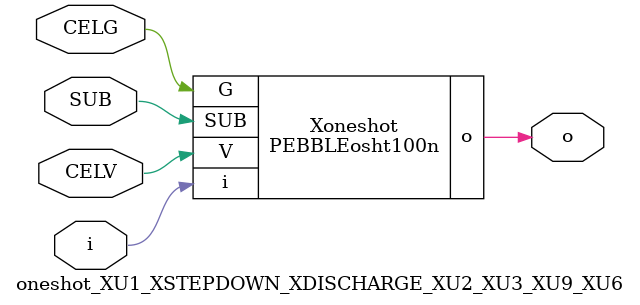
<source format=v>



module PEBBLEosht100n ( o, V, G, i, SUB );

  input V;
  input i;
  input G;
  output o;
  input SUB;
endmodule

//Celera Confidential Do Not Copy oneshot_XU1_XSTEPDOWN_XDISCHARGE_XU2_XU3_XU9_XU6
//Celera Confidential Symbol Generator
//One Shot100ns OneShot - Bad Designer!!
module oneshot_XU1_XSTEPDOWN_XDISCHARGE_XU2_XU3_XU9_XU6 (CELV,CELG,i,o,SUB);
input CELV;
input CELG;
input i;
input SUB;
output o;

//Celera Confidential Do Not Copy oneshot
PEBBLEosht100n Xoneshot(
.V (CELV),
.i (i),
.o (o),
.SUB (SUB),
.G (CELG)
);
//,diesize,PEBBLEosht100n

//Celera Confidential Do Not Copy Module End
//Celera Schematic Generator
endmodule

</source>
